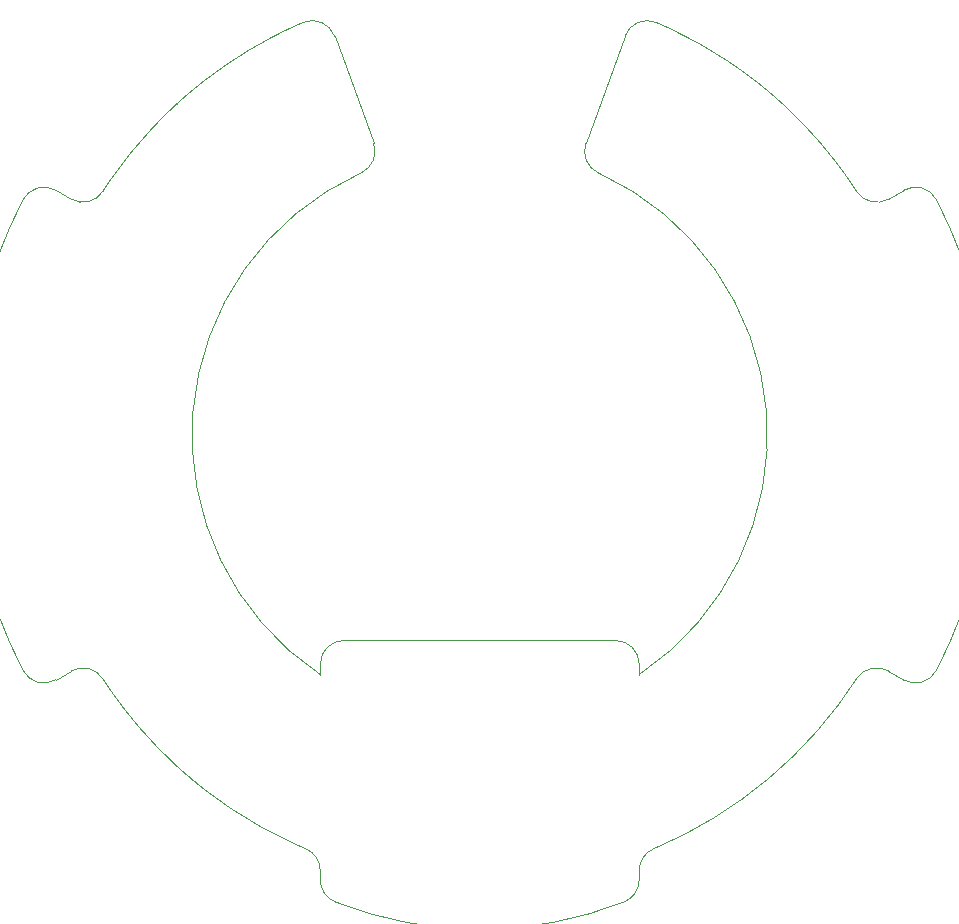
<source format=gko>
G04 Layer_Color=16711935*
%FSLAX44Y44*%
%MOMM*%
G71*
G01*
G75*
%ADD139C,0.0127*%
D139*
X147256Y-350308D02*
G03*
X320132Y-204733I-147256J350308D01*
G01*
X-288361Y-247429D02*
G03*
X-256297Y-280529I291791J250581D01*
G01*
X-301631Y-231092D02*
G03*
X-288359Y-247431I303969J233349D01*
G01*
X-308962Y-221214D02*
G03*
X-301631Y-231091I308070J220980D01*
G01*
X-314526Y-213242D02*
G03*
X-308962Y-221214I310507J210762D01*
G01*
X-319179Y-206215D02*
G03*
X-314526Y-213242I312002J201589D01*
G01*
X-247088Y-288687D02*
G03*
X-239627Y-294918I244299J284938D01*
G01*
X-157624Y-345763D02*
G03*
X-147435Y-350232I155949J341756D01*
G01*
X-210819Y-316145D02*
G03*
X-157620Y-345765I212024J318229D01*
G01*
X-291133Y-244246D02*
G03*
X-210821Y-316145I290742J243961D01*
G01*
X-239628Y-294918D02*
G03*
X-233130Y-300083I234452J288237D01*
G01*
X-256299Y-280527D02*
G03*
X-247091Y-288685I256012J279691D01*
G01*
X89895Y246991D02*
G03*
X100442Y221930I18794J-6840D01*
G01*
X134999Y-202768D02*
G03*
X100441Y221930I-135001J202770D01*
G01*
X134999Y-193898D02*
G03*
X114999Y-173898I-20000J0D01*
G01*
X-115001D02*
G03*
X-135001Y-193898I0J-20000D01*
G01*
X-100444Y221930D02*
G03*
X-135002Y-202768I100442J-221929D01*
G01*
X-100445Y221930D02*
G03*
X-89898Y246991I-8246J18221D01*
G01*
X-122939Y337769D02*
G03*
X-149607Y349313I-18794J-6840D01*
G01*
X-312672Y215954D02*
G03*
X-319022Y206462I309303J-213791D01*
G01*
X-277311Y259796D02*
G03*
X-312672Y215954I279062J-261264D01*
G01*
X-265235Y272122D02*
G03*
X-277311Y259796I265262J-271947D01*
G01*
X-256797Y280102D02*
G03*
X-265235Y272122I254056J-277097D01*
G01*
X-250424Y285811D02*
G03*
X-256609Y280274I244705J-279585D01*
G01*
X-243026Y292119D02*
G03*
X-250424Y285811I239796J-288739D01*
G01*
X-233436Y299823D02*
G03*
X-243026Y292119I232657J-299399D01*
G01*
X-195419Y325863D02*
G03*
X-233436Y299823I197945J-329773D01*
G01*
X-177080Y336198D02*
G03*
X-195419Y325863I178909J-338881D01*
G01*
X-166110Y341763D02*
G03*
X-177080Y336198I166026J-340844D01*
G01*
X-157316Y345907D02*
G03*
X-166110Y341763I155543J-341528D01*
G01*
X-149606Y349313D02*
G03*
X-157316Y345907I146250J-341460D01*
G01*
X-345978Y199752D02*
G03*
X-319179Y206219I10000J17320D01*
G01*
X-358984Y207261D02*
G03*
X-386767Y199094I-10000J-17320D01*
G01*
X-386766Y199096D02*
G03*
X-386766Y-199092I386764J-199094D01*
G01*
X-386767Y-199090D02*
G03*
X-358984Y-207257I17782J9154D01*
G01*
X-319179Y-206215D02*
G03*
X-345978Y-199748I-16799J-10854D01*
G01*
X-135001Y-368746D02*
G03*
X-147252Y-350309I-20000J0D01*
G01*
X-135001Y-376678D02*
G03*
X-122324Y-395290I20000J0D01*
G01*
X-122327Y-395289D02*
G03*
X122324Y-395289I122325J310891D01*
G01*
X122321Y-395290D02*
G03*
X134999Y-376678I-7323J18611D01*
G01*
X147248Y-350309D02*
G03*
X134999Y-368746I7750J-18437D01*
G01*
X345975Y-199748D02*
G03*
X319177Y-206215I-10000J-17320D01*
G01*
X358982Y-207257D02*
G03*
X386764Y-199090I10000J17320D01*
G01*
X386763Y-199092D02*
G03*
X386763Y199096I-386764J199094D01*
G01*
X386764Y199094D02*
G03*
X358982Y207261I-17782J-9154D01*
G01*
X319177Y206219D02*
G03*
X345975Y199752I16799J10854D01*
G01*
X160295Y344535D02*
G03*
X149870Y349199I-158731J-340851D01*
G01*
X209457Y317051D02*
G03*
X160292Y344537I-210613J-319024D01*
G01*
X223640Y307220D02*
G03*
X209459Y317050I-223466J-307217D01*
G01*
X232925Y300244D02*
G03*
X223640Y307220I-230427J-297036D01*
G01*
X239625Y294921D02*
G03*
X233127Y300087I-234452J-288237D01*
G01*
X247087Y288689D02*
G03*
X239625Y294921I-244301J-284937D01*
G01*
X256296Y280531D02*
G03*
X247088Y288688I-256012J-279691D01*
G01*
X288356Y247435D02*
G03*
X256294Y280532I-291789J-250583D01*
G01*
X301626Y231098D02*
G03*
X288357Y247433I-303967J-233352D01*
G01*
X308959Y221218D02*
G03*
X301628Y231096I-308070J-220980D01*
G01*
X314524Y213244D02*
G03*
X308958Y221220I-310508J-210760D01*
G01*
X319177Y206219D02*
G03*
X314522Y213246I-312002J-201589D01*
G01*
X149604Y349313D02*
G03*
X122936Y337769I-7874J-18385D01*
G01*
X-147434Y-350232D02*
X-147252Y-350309D01*
X134999Y-202769D02*
Y-193898D01*
X-115001Y-173898D02*
X114999D01*
X-135001Y-202769D02*
Y-193898D01*
X-122939Y337769D02*
X-89898Y246991D01*
X-319179Y206219D02*
X-319022Y206462D01*
X-256797Y280102D02*
X-256609Y280274D01*
X-358984Y207261D02*
X-345978Y199752D01*
X-358984Y-207257D02*
X-345978Y-199748D01*
X-135001Y-376678D02*
Y-368746D01*
X134999Y-376678D02*
Y-368746D01*
X345975Y-199748D02*
X358982Y-207257D01*
X345975Y199752D02*
X358982Y207261D01*
X149603Y349313D02*
X149870Y349199D01*
X232925Y300244D02*
X233127Y300087D01*
X89895Y246991D02*
X122936Y337769D01*
M02*

</source>
